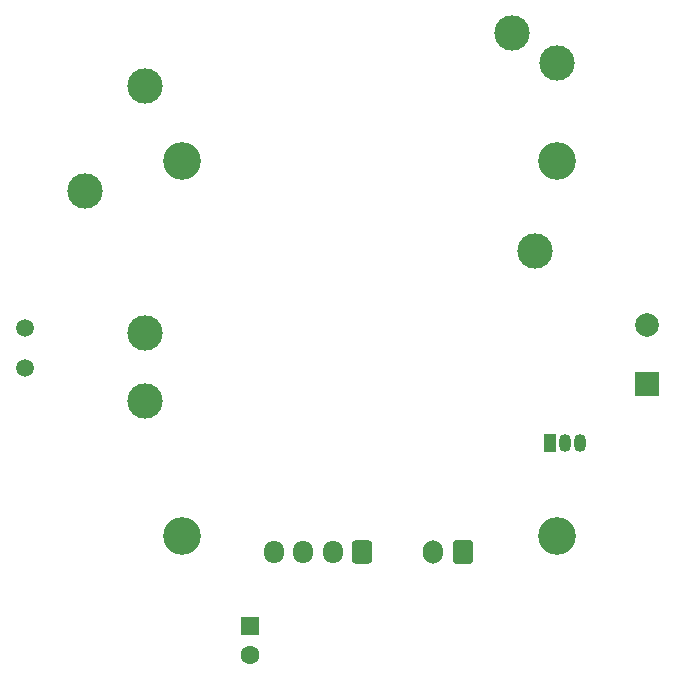
<source format=gbr>
%TF.GenerationSoftware,KiCad,Pcbnew,(6.0.1)*%
%TF.CreationDate,2022-02-03T04:09:52+01:00*%
%TF.ProjectId,ESP8266_12F_BASIC,45535038-3236-4365-9f31-32465f424153,rev?*%
%TF.SameCoordinates,Original*%
%TF.FileFunction,Soldermask,Bot*%
%TF.FilePolarity,Negative*%
%FSLAX46Y46*%
G04 Gerber Fmt 4.6, Leading zero omitted, Abs format (unit mm)*
G04 Created by KiCad (PCBNEW (6.0.1)) date 2022-02-03 04:09:52*
%MOMM*%
%LPD*%
G01*
G04 APERTURE LIST*
G04 Aperture macros list*
%AMRoundRect*
0 Rectangle with rounded corners*
0 $1 Rounding radius*
0 $2 $3 $4 $5 $6 $7 $8 $9 X,Y pos of 4 corners*
0 Add a 4 corners polygon primitive as box body*
4,1,4,$2,$3,$4,$5,$6,$7,$8,$9,$2,$3,0*
0 Add four circle primitives for the rounded corners*
1,1,$1+$1,$2,$3*
1,1,$1+$1,$4,$5*
1,1,$1+$1,$6,$7*
1,1,$1+$1,$8,$9*
0 Add four rect primitives between the rounded corners*
20,1,$1+$1,$2,$3,$4,$5,0*
20,1,$1+$1,$4,$5,$6,$7,0*
20,1,$1+$1,$6,$7,$8,$9,0*
20,1,$1+$1,$8,$9,$2,$3,0*%
G04 Aperture macros list end*
%ADD10C,3.000000*%
%ADD11C,3.200000*%
%ADD12R,1.600000X1.600000*%
%ADD13C,1.600000*%
%ADD14C,1.500000*%
%ADD15R,1.050000X1.500000*%
%ADD16O,1.050000X1.500000*%
%ADD17R,2.000000X2.000000*%
%ADD18C,2.000000*%
%ADD19RoundRect,0.250000X0.600000X0.750000X-0.600000X0.750000X-0.600000X-0.750000X0.600000X-0.750000X0*%
%ADD20O,1.700000X2.000000*%
%ADD21RoundRect,0.250000X0.600000X0.725000X-0.600000X0.725000X-0.600000X-0.725000X0.600000X-0.725000X0*%
%ADD22O,1.700000X1.950000*%
G04 APERTURE END LIST*
D10*
%TO.C,TP5*%
X128270000Y-88265000D03*
%TD*%
D11*
%TO.C,H3*%
X136525000Y-117475000D03*
%TD*%
D10*
%TO.C,TP4*%
X133350000Y-106045000D03*
%TD*%
D12*
%TO.C,C3*%
X142240000Y-125095000D03*
D13*
X142240000Y-127595000D03*
%TD*%
D11*
%TO.C,H1*%
X136525000Y-85725000D03*
%TD*%
D14*
%TO.C,R1*%
X123190000Y-103300000D03*
X123190000Y-99900000D03*
%TD*%
D11*
%TO.C,H4*%
X168275000Y-117475000D03*
%TD*%
D10*
%TO.C,TP2*%
X164465000Y-74930000D03*
%TD*%
D15*
%TO.C,Q1*%
X167640000Y-109580000D03*
D16*
X168910000Y-109580000D03*
X170180000Y-109580000D03*
%TD*%
D10*
%TO.C,TP3*%
X166370000Y-93345000D03*
%TD*%
D11*
%TO.C,H2*%
X168275000Y-85725000D03*
%TD*%
D10*
%TO.C,TP7*%
X133350000Y-79375000D03*
%TD*%
%TO.C,TP6*%
X133350000Y-100330000D03*
%TD*%
%TO.C,TP1*%
X168275000Y-77470000D03*
%TD*%
D17*
%TO.C,BZ1*%
X175895000Y-104605785D03*
D18*
X175895000Y-99605785D03*
%TD*%
D19*
%TO.C,J1*%
X160254000Y-118872000D03*
D20*
X157754000Y-118872000D03*
%TD*%
D21*
%TO.C,J2*%
X151765000Y-118872000D03*
D22*
X149265000Y-118872000D03*
X146765000Y-118872000D03*
X144265000Y-118872000D03*
%TD*%
M02*

</source>
